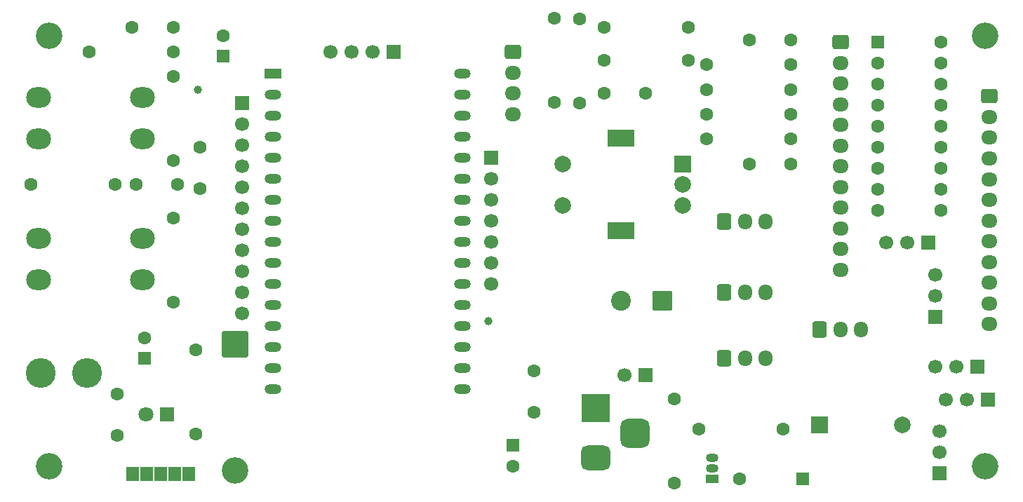
<source format=gbr>
%TF.GenerationSoftware,KiCad,Pcbnew,9.0.6*%
%TF.CreationDate,2026-01-27T06:42:30-06:00*%
%TF.ProjectId,papa-project-board,70617061-2d70-4726-9f6a-6563742d626f,1.0*%
%TF.SameCoordinates,Original*%
%TF.FileFunction,Soldermask,Bot*%
%TF.FilePolarity,Negative*%
%FSLAX46Y46*%
G04 Gerber Fmt 4.6, Leading zero omitted, Abs format (unit mm)*
G04 Created by KiCad (PCBNEW 9.0.6) date 2026-01-27 06:42:30*
%MOMM*%
%LPD*%
G01*
G04 APERTURE LIST*
G04 Aperture macros list*
%AMRoundRect*
0 Rectangle with rounded corners*
0 $1 Rounding radius*
0 $2 $3 $4 $5 $6 $7 $8 $9 X,Y pos of 4 corners*
0 Add a 4 corners polygon primitive as box body*
4,1,4,$2,$3,$4,$5,$6,$7,$8,$9,$2,$3,0*
0 Add four circle primitives for the rounded corners*
1,1,$1+$1,$2,$3*
1,1,$1+$1,$4,$5*
1,1,$1+$1,$6,$7*
1,1,$1+$1,$8,$9*
0 Add four rect primitives between the rounded corners*
20,1,$1+$1,$2,$3,$4,$5,0*
20,1,$1+$1,$4,$5,$6,$7,0*
20,1,$1+$1,$6,$7,$8,$9,0*
20,1,$1+$1,$8,$9,$2,$3,0*%
G04 Aperture macros list end*
%ADD10C,1.600000*%
%ADD11C,1.700000*%
%ADD12R,1.700000X1.700000*%
%ADD13C,1.800000*%
%ADD14R,1.800000X1.800000*%
%ADD15C,3.600000*%
%ADD16RoundRect,0.250000X0.550000X0.550000X-0.550000X0.550000X-0.550000X-0.550000X0.550000X-0.550000X0*%
%ADD17O,3.000000X2.500000*%
%ADD18C,1.000000*%
%ADD19C,2.000000*%
%ADD20R,3.200000X2.000000*%
%ADD21R,2.000000X2.000000*%
%ADD22O,2.000000X1.200000*%
%ADD23R,2.000000X1.200000*%
%ADD24O,1.950000X1.700000*%
%ADD25RoundRect,0.250000X-0.725000X0.600000X-0.725000X-0.600000X0.725000X-0.600000X0.725000X0.600000X0*%
%ADD26RoundRect,0.250000X0.550000X-0.550000X0.550000X0.550000X-0.550000X0.550000X-0.550000X-0.550000X0*%
%ADD27O,1.700000X1.950000*%
%ADD28RoundRect,0.250000X-0.600000X-0.725000X0.600000X-0.725000X0.600000X0.725000X-0.600000X0.725000X0*%
%ADD29C,2.400000*%
%ADD30RoundRect,0.250001X0.949999X0.949999X-0.949999X0.949999X-0.949999X-0.949999X0.949999X-0.949999X0*%
%ADD31C,3.200000*%
%ADD32RoundRect,0.250000X-1.350000X1.350000X-1.350000X-1.350000X1.350000X-1.350000X1.350000X1.350000X0*%
%ADD33RoundRect,0.250000X-0.550000X0.550000X-0.550000X-0.550000X0.550000X-0.550000X0.550000X0.550000X0*%
%ADD34RoundRect,0.250000X-0.550000X-0.550000X0.550000X-0.550000X0.550000X0.550000X-0.550000X0.550000X0*%
%ADD35O,1.500000X1.050000*%
%ADD36R,1.500000X1.050000*%
%ADD37R,1.500000X1.800000*%
%ADD38RoundRect,0.875000X0.875000X-0.875000X0.875000X0.875000X-0.875000X0.875000X-0.875000X-0.875000X0*%
%ADD39RoundRect,0.750000X1.000000X-0.750000X1.000000X0.750000X-1.000000X0.750000X-1.000000X-0.750000X0*%
%ADD40R,3.500000X3.500000*%
G04 APERTURE END LIST*
D10*
%TO.C,C3*%
X68250000Y-78250000D03*
X68250000Y-83250000D03*
%TD*%
D11*
%TO.C,J15*%
X167500000Y-82750000D03*
X167500000Y-85290000D03*
D12*
X167500000Y-87830000D03*
%TD*%
D10*
%TO.C,R5*%
X77750000Y-72920000D03*
X77750000Y-83080000D03*
%TD*%
%TO.C,C7*%
X132000000Y-42000000D03*
X127000000Y-42000000D03*
%TD*%
D13*
%TO.C,D3*%
X71710000Y-80750000D03*
D14*
X74250000Y-80750000D03*
%TD*%
D10*
%TO.C,C12*%
X78250000Y-53500000D03*
X78250000Y-48500000D03*
%TD*%
D11*
%TO.C,J6*%
X113360000Y-65030000D03*
X113360000Y-62490000D03*
X113360000Y-59950000D03*
X113360000Y-57410000D03*
X113360000Y-54870000D03*
X113360000Y-52330000D03*
D12*
X113360000Y-49790000D03*
%TD*%
D15*
%TO.C,L1*%
X64580000Y-75750000D03*
X59000000Y-75750000D03*
%TD*%
D10*
%TO.C,D1*%
X143380000Y-88500000D03*
D16*
X151000000Y-88500000D03*
%TD*%
D11*
%TO.C,J4*%
X129460000Y-76000000D03*
D12*
X132000000Y-76000000D03*
%TD*%
D17*
%TO.C,SW3*%
X58750000Y-47500000D03*
X71250000Y-47500000D03*
X58750000Y-42500000D03*
X71250000Y-42500000D03*
%TD*%
D18*
%TO.C,J19*%
X113000000Y-69500000D03*
%TD*%
D10*
%TO.C,R6*%
X68000000Y-53000000D03*
X57840000Y-53000000D03*
%TD*%
D19*
%TO.C,SW1*%
X122000000Y-50500000D03*
X122000000Y-55500000D03*
D20*
X129000000Y-47400000D03*
X129000000Y-58600000D03*
D19*
X136500000Y-53000000D03*
X136500000Y-55500000D03*
D21*
X136500000Y-50500000D03*
%TD*%
D22*
%TO.C,U1*%
X109860000Y-39630000D03*
X109860000Y-42170000D03*
X109860000Y-44710000D03*
X109860000Y-47250000D03*
X109860000Y-49790000D03*
X109860000Y-52330000D03*
X109860000Y-54870000D03*
X109860000Y-57410000D03*
X109860000Y-59950000D03*
X109860000Y-62490000D03*
X109860000Y-65030000D03*
X109860000Y-67570000D03*
X109860000Y-70110000D03*
X109860000Y-72650000D03*
X109860000Y-75190000D03*
X109860000Y-77730000D03*
X87000000Y-77730000D03*
X87000000Y-75190000D03*
X87000000Y-72650000D03*
X87000000Y-70110000D03*
X87000000Y-67570000D03*
X87000000Y-65030000D03*
X87000000Y-62490000D03*
X87000000Y-59950000D03*
X87000000Y-57410000D03*
X87000000Y-54870000D03*
X87000000Y-52330000D03*
X87000000Y-49790000D03*
X87000000Y-47250000D03*
X87000000Y-44710000D03*
X87000000Y-42170000D03*
D23*
X87000000Y-39630000D03*
%TD*%
D10*
%TO.C,C5*%
X118500000Y-75500000D03*
X118500000Y-80500000D03*
%TD*%
D11*
%TO.C,J12*%
X168210000Y-79000000D03*
X170750000Y-79000000D03*
D12*
X173290000Y-79000000D03*
%TD*%
D11*
%TO.C,J3*%
X161040000Y-60000000D03*
X163580000Y-60000000D03*
D12*
X166120000Y-60000000D03*
%TD*%
D10*
%TO.C,R3*%
X124000000Y-43160000D03*
X124000000Y-33000000D03*
%TD*%
%TO.C,C9*%
X144500000Y-35500000D03*
X149500000Y-35500000D03*
%TD*%
D24*
%TO.C,J1*%
X155525000Y-63300000D03*
X155525000Y-60800000D03*
X155525000Y-58300000D03*
X155525000Y-55800000D03*
X155525000Y-53300000D03*
X155525000Y-50800000D03*
X155525000Y-48300000D03*
X155525000Y-45800000D03*
X155525000Y-43300000D03*
X155525000Y-40800000D03*
X155525000Y-38300000D03*
D25*
X155525000Y-35800000D03*
%TD*%
D10*
%TO.C,R11*%
X139340000Y-41500000D03*
X149500000Y-41500000D03*
%TD*%
%TO.C,C4*%
X71500000Y-71500000D03*
D26*
X71500000Y-74000000D03*
%TD*%
D10*
%TO.C,R7*%
X137160000Y-34000000D03*
X127000000Y-34000000D03*
%TD*%
D27*
%TO.C,J16*%
X146500000Y-57475000D03*
X144000000Y-57475000D03*
D28*
X141500000Y-57475000D03*
%TD*%
D11*
%TO.C,J11*%
X167000000Y-75000000D03*
X169540000Y-75000000D03*
D12*
X172080000Y-75000000D03*
%TD*%
D29*
%TO.C,C10*%
X129000000Y-67000000D03*
D30*
X134000000Y-67000000D03*
%TD*%
D24*
%TO.C,J8*%
X173500000Y-69840000D03*
X173500000Y-67340000D03*
X173500000Y-64840000D03*
X173500000Y-62340000D03*
X173500000Y-59840000D03*
X173500000Y-57340000D03*
X173500000Y-54840000D03*
X173500000Y-52340000D03*
X173500000Y-49840000D03*
X173500000Y-47340000D03*
X173500000Y-44840000D03*
D25*
X173500000Y-42340000D03*
%TD*%
D10*
%TO.C,R8*%
X127000000Y-38000000D03*
X137160000Y-38000000D03*
%TD*%
%TO.C,R2*%
X121000000Y-32920000D03*
X121000000Y-43080000D03*
%TD*%
D11*
%TO.C,J13*%
X167000000Y-63920000D03*
X167000000Y-66460000D03*
D12*
X167000000Y-69000000D03*
%TD*%
D24*
%TO.C,J10*%
X116000000Y-44500000D03*
X116000000Y-42000000D03*
X116000000Y-39500000D03*
D25*
X116000000Y-37000000D03*
%TD*%
D17*
%TO.C,SW2*%
X58750000Y-64500000D03*
X71250000Y-64500000D03*
X58750000Y-59500000D03*
X71250000Y-59500000D03*
%TD*%
D31*
%TO.C,D2*%
X82500000Y-87490000D03*
D32*
X82500000Y-72250000D03*
%TD*%
D27*
%TO.C,J5*%
X146500000Y-74000000D03*
X144000000Y-74000000D03*
D28*
X141500000Y-74000000D03*
%TD*%
D27*
%TO.C,J14*%
X158000000Y-70500000D03*
X155500000Y-70500000D03*
D28*
X153000000Y-70500000D03*
%TD*%
D18*
%TO.C,J18*%
X78000000Y-41500000D03*
%TD*%
D27*
%TO.C,J2*%
X146500000Y-66000000D03*
X144000000Y-66000000D03*
D28*
X141500000Y-66000000D03*
%TD*%
D10*
%TO.C,R13*%
X75000000Y-67160000D03*
X75000000Y-57000000D03*
%TD*%
%TO.C,R10*%
X149500000Y-47500000D03*
X139340000Y-47500000D03*
%TD*%
%TO.C,C2*%
X81000000Y-35000000D03*
D26*
X81000000Y-37500000D03*
%TD*%
D10*
%TO.C,R14*%
X75000000Y-37000000D03*
X64840000Y-37000000D03*
%TD*%
D11*
%TO.C,J17*%
X94000000Y-37000000D03*
X96540000Y-37000000D03*
X99080000Y-37000000D03*
D12*
X101620000Y-37000000D03*
%TD*%
D10*
%TO.C,R9*%
X139340000Y-44500000D03*
X149500000Y-44500000D03*
%TD*%
%TO.C,C6*%
X116000000Y-87000000D03*
D33*
X116000000Y-84500000D03*
%TD*%
D19*
%TO.C,BZ1*%
X163000000Y-82000000D03*
D21*
X153000000Y-82000000D03*
%TD*%
D10*
%TO.C,R15*%
X75000000Y-39920000D03*
X75000000Y-50080000D03*
%TD*%
%TO.C,U2*%
X167620000Y-35760000D03*
X167620000Y-38300000D03*
X167620000Y-40840000D03*
X167620000Y-43380000D03*
X167620000Y-45920000D03*
X167620000Y-48460000D03*
X167620000Y-51000000D03*
X167620000Y-53540000D03*
X167620000Y-56080000D03*
X160000000Y-56080000D03*
X160000000Y-53540000D03*
X160000000Y-51000000D03*
X160000000Y-48460000D03*
X160000000Y-45920000D03*
X160000000Y-43380000D03*
X160000000Y-40840000D03*
X160000000Y-38300000D03*
D34*
X160000000Y-35760000D03*
%TD*%
D35*
%TO.C,Q1*%
X140000000Y-85960000D03*
X140000000Y-87230000D03*
D36*
X140000000Y-88500000D03*
%TD*%
D10*
%TO.C,R4*%
X138420000Y-82500000D03*
X148580000Y-82500000D03*
%TD*%
D11*
%TO.C,J9*%
X83322000Y-68515500D03*
X83322000Y-65975500D03*
X83322000Y-63435500D03*
X83322000Y-60895500D03*
X83322000Y-58355500D03*
X83322000Y-55815500D03*
X83322000Y-53275500D03*
X83322000Y-50735500D03*
X83322000Y-48195500D03*
X83322000Y-45655500D03*
D12*
X83322000Y-43115500D03*
%TD*%
D10*
%TO.C,R1*%
X135500000Y-78920000D03*
X135500000Y-89080000D03*
%TD*%
D37*
%TO.C,U3*%
X76900000Y-87950000D03*
X75200000Y-87950000D03*
X73500000Y-87950000D03*
X71800000Y-87950000D03*
X70100000Y-87950000D03*
%TD*%
D10*
%TO.C,C8*%
X144500000Y-50500000D03*
X149500000Y-50500000D03*
%TD*%
D38*
%TO.C,J7*%
X130700000Y-83000000D03*
D39*
X126000000Y-86000000D03*
D40*
X126000000Y-80000000D03*
%TD*%
D10*
%TO.C,R12*%
X149500000Y-38500000D03*
X139340000Y-38500000D03*
%TD*%
%TO.C,C1*%
X70000000Y-34000000D03*
X75000000Y-34000000D03*
%TD*%
%TO.C,C11*%
X70500000Y-53000000D03*
X75500000Y-53000000D03*
%TD*%
D31*
%TO.C,H3*%
X60000000Y-35000000D03*
%TD*%
%TO.C,H4*%
X60000000Y-87000000D03*
%TD*%
%TO.C,H2*%
X173000000Y-87000000D03*
%TD*%
%TO.C,H1*%
X173000000Y-35000000D03*
%TD*%
M02*

</source>
